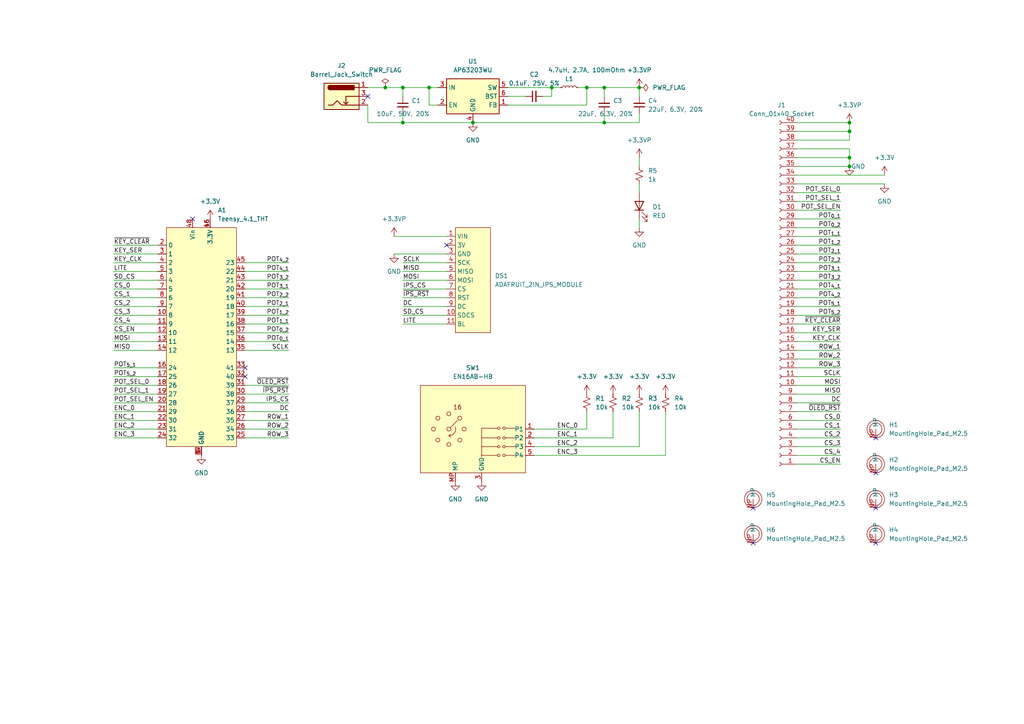
<source format=kicad_sch>
(kicad_sch (version 20230121) (generator eeschema)
  (paper "A4")
  (lib_symbols
    (symbol "Connector:Barrel_Jack_Switch" (pin_names hide)
      (property "Reference" "J" (at 0 5.334 0))
      (property "Value" "Barrel_Jack_Switch" (at 0 -5.08 0))
      (symbol "Barrel_Jack_Switch_0_1"
        (rectangle (start -5.08 3.81) (end 5.08 -3.81) (stroke (width 0.254)) (fill (type background)))
        (arc (start -3.302 3.175) (mid -3.9343 2.54) (end -3.302 1.905) (stroke (width 0.254)))
        (arc (start -3.302 3.175) (mid -3.9343 2.54) (end -3.302 1.905) (stroke (width 0.254)) (fill (type outline)))
        (polyline (pts (xy 1.27 -2.286) (xy 1.905 -1.651)) (stroke (width 0.254)))
        (polyline (pts (xy 5.08 2.54) (xy 3.81 2.54)) (stroke (width 0.254)))
        (polyline (pts (xy 5.08 0) (xy 1.27 0) (xy 1.27 -2.286) (xy 0.635 -1.651)) (stroke (width 0.254)))
        (polyline (pts (xy -3.81 -2.54) (xy -2.54 -2.54) (xy -1.27 -1.27) (xy 0 -2.54) (xy 2.54 -2.54) (xy 5.08 -2.54)) (stroke (width 0.254)))
        (rectangle (start 3.683 3.175) (end -3.302 1.905) (stroke (width 0.254)) (fill (type outline)))
      )
      (symbol "Barrel_Jack_Switch_1_1"
        (pin passive line (at 7.62 2.54 180) (length 2.54) (name "~") (number "1"))
        (pin passive line (at 7.62 -2.54 180) (length 2.54) (name "~") (number "2"))
        (pin passive line (at 7.62 0 180) (length 2.54) (name "~") (number "3"))
      )
    )
    (symbol "Connector:Conn_01x40_Socket" (pin_names (offset 1.016) hide)
      (property "Reference" "J" (at 0 50.8 0))
      (property "Value" "Conn_01x40_Socket" (at 0 -53.34 0))
      (symbol "Conn_01x40_Socket_1_1"
        (arc (start 0 -50.292) (mid -0.5058 -50.8) (end 0 -51.308) (stroke (width 0.1524)))
        (arc (start 0 -47.752) (mid -0.5058 -48.26) (end 0 -48.768) (stroke (width 0.1524)))
        (arc (start 0 -45.212) (mid -0.5058 -45.72) (end 0 -46.228) (stroke (width 0.1524)))
        (arc (start 0 -42.672) (mid -0.5058 -43.18) (end 0 -43.688) (stroke (width 0.1524)))
        (arc (start 0 -40.132) (mid -0.5058 -40.64) (end 0 -41.148) (stroke (width 0.1524)))
        (arc (start 0 -37.592) (mid -0.5058 -38.1) (end 0 -38.608) (stroke (width 0.1524)))
        (arc (start 0 -35.052) (mid -0.5058 -35.56) (end 0 -36.068) (stroke (width 0.1524)))
        (arc (start 0 -32.512) (mid -0.5058 -33.02) (end 0 -33.528) (stroke (width 0.1524)))
        (arc (start 0 -29.972) (mid -0.5058 -30.48) (end 0 -30.988) (stroke (width 0.1524)))
        (arc (start 0 -27.432) (mid -0.5058 -27.94) (end 0 -28.448) (stroke (width 0.1524)))
        (arc (start 0 -24.892) (mid -0.5058 -25.4) (end 0 -25.908) (stroke (width 0.1524)))
        (arc (start 0 -22.352) (mid -0.5058 -22.86) (end 0 -23.368) (stroke (width 0.1524)))
        (arc (start 0 -19.812) (mid -0.5058 -20.32) (end 0 -20.828) (stroke (width 0.1524)))
        (arc (start 0 -17.272) (mid -0.5058 -17.78) (end 0 -18.288) (stroke (width 0.1524)))
        (arc (start 0 -14.732) (mid -0.5058 -15.24) (end 0 -15.748) (stroke (width 0.1524)))
        (arc (start 0 -12.192) (mid -0.5058 -12.7) (end 0 -13.208) (stroke (width 0.1524)))
        (arc (start 0 -9.652) (mid -0.5058 -10.16) (end 0 -10.668) (stroke (width 0.1524)))
        (arc (start 0 -7.112) (mid -0.5058 -7.62) (end 0 -8.128) (stroke (width 0.1524)))
        (arc (start 0 -4.572) (mid -0.5058 -5.08) (end 0 -5.588) (stroke (width 0.1524)))
        (arc (start 0 -2.032) (mid -0.5058 -2.54) (end 0 -3.048) (stroke (width 0.1524)))
        (polyline (pts (xy -1.27 -50.8) (xy -0.508 -50.8)) (stroke (width 0.1524)))
        (polyline (pts (xy -1.27 -48.26) (xy -0.508 -48.26)) (stroke (width 0.1524)))
        (polyline (pts (xy -1.27 -45.72) (xy -0.508 -45.72)) (stroke (width 0.1524)))
        (polyline (pts (xy -1.27 -43.18) (xy -0.508 -43.18)) (stroke (width 0.1524)))
        (polyline (pts (xy -1.27 -40.64) (xy -0.508 -40.64)) (stroke (width 0.1524)))
        (polyline (pts (xy -1.27 -38.1) (xy -0.508 -38.1)) (stroke (width 0.1524)))
        (polyline (pts (xy -1.27 -35.56) (xy -0.508 -35.56)) (stroke (width 0.1524)))
        (polyline (pts (xy -1.27 -33.02) (xy -0.508 -33.02)) (stroke (width 0.1524)))
        (polyline (pts (xy -1.27 -30.48) (xy -0.508 -30.48)) (stroke (width 0.1524)))
        (polyline (pts (xy -1.27 -27.94) (xy -0.508 -27.94)) (stroke (width 0.1524)))
        (polyline (pts (xy -1.27 -25.4) (xy -0.508 -25.4)) (stroke (width 0.1524)))
        (polyline (pts (xy -1.27 -22.86) (xy -0.508 -22.86)) (stroke (width 0.1524)))
        (polyline (pts (xy -1.27 -20.32) (xy -0.508 -20.32)) (stroke (width 0.1524)))
        (polyline (pts (xy -1.27 -17.78) (xy -0.508 -17.78)) (stroke (width 0.1524)))
        (polyline (pts (xy -1.27 -15.24) (xy -0.508 -15.24)) (stroke (width 0.1524)))
        (polyline (pts (xy -1.27 -12.7) (xy -0.508 -12.7)) (stroke (width 0.1524)))
        (polyline (pts (xy -1.27 -10.16) (xy -0.508 -10.16)) (stroke (width 0.1524)))
        (polyline (pts (xy -1.27 -7.62) (xy -0.508 -7.62)) (stroke (width 0.1524)))
        (polyline (pts (xy -1.27 -5.08) (xy -0.508 -5.08)) (stroke (width 0.1524)))
        (polyline (pts (xy -1.27 -2.54) (xy -0.508 -2.54)) (stroke (width 0.1524)))
        (polyline (pts (xy -1.27 0) (xy -0.508 0)) (stroke (width 0.1524)))
        (polyline (pts (xy -1.27 2.54) (xy -0.508 2.54)) (stroke (width 0.1524)))
        (polyline (pts (xy -1.27 5.08) (xy -0.508 5.08)) (stroke (width 0.1524)))
        (polyline (pts (xy -1.27 7.62) (xy -0.508 7.62)) (stroke (width 0.1524)))
        (polyline (pts (xy -1.27 10.16) (xy -0.508 10.16)) (stroke (width 0.1524)))
        (polyline (pts (xy -1.27 12.7) (xy -0.508 12.7)) (stroke (width 0.1524)))
        (polyline (pts (xy -1.27 15.24) (xy -0.508 15.24)) (stroke (width 0.1524)))
        (polyline (pts (xy -1.27 17.78) (xy -0.508 17.78)) (stroke (width 0.1524)))
        (polyline (pts (xy -1.27 20.32) (xy -0.508 20.32)) (stroke (width 0.1524)))
        (polyline (pts (xy -1.27 22.86) (xy -0.508 22.86)) (stroke (width 0.1524)))
        (polyline (pts (xy -1.27 25.4) (xy -0.508 25.4)) (stroke (width 0.1524)))
        (polyline (pts (xy -1.27 27.94) (xy -0.508 27.94)) (stroke (width 0.1524)))
        (polyline (pts (xy -1.27 30.48) (xy -0.508 30.48)) (stroke (width 0.1524)))
        (polyline (pts (xy -1.27 33.02) (xy -0.508 33.02)) (stroke (width 0.1524)))
        (polyline (pts (xy -1.27 35.56) (xy -0.508 35.56)) (stroke (width 0.1524)))
        (polyline (pts (xy -1.27 38.1) (xy -0.508 38.1)) (stroke (width 0.1524)))
        (polyline (pts (xy -1.27 40.64) (xy -0.508 40.64)) (stroke (width 0.1524)))
        (polyline (pts (xy -1.27 43.18) (xy -0.508 43.18)) (stroke (width 0.1524)))
        (polyline (pts (xy -1.27 45.72) (xy -0.508 45.72)) (stroke (width 0.1524)))
        (polyline (pts (xy -1.27 48.26) (xy -0.508 48.26)) (stroke (width 0.1524)))
        (arc (start 0 0.508) (mid -0.5058 0) (end 0 -0.508) (stroke (width 0.1524)))
        (arc (start 0 3.048) (mid -0.5058 2.54) (end 0 2.032) (stroke (width 0.1524)))
        (arc (start 0 5.588) (mid -0.5058 5.08) (end 0 4.572) (stroke (width 0.1524)))
        (arc (start 0 8.128) (mid -0.5058 7.62) (end 0 7.112) (stroke (width 0.1524)))
        (arc (start 0 10.668) (mid -0.5058 10.16) (end 0 9.652) (stroke (width 0.1524)))
        (arc (start 0 13.208) (mid -0.5058 12.7) (end 0 12.192) (stroke (width 0.1524)))
        (arc (start 0 15.748) (mid -0.5058 15.24) (end 0 14.732) (stroke (width 0.1524)))
        (arc (start 0 18.288) (mid -0.5058 17.78) (end 0 17.272) (stroke (width 0.1524)))
        (arc (start 0 20.828) (mid -0.5058 20.32) (end 0 19.812) (stroke (width 0.1524)))
        (arc (start 0 23.368) (mid -0.5058 22.86) (end 0 22.352) (stroke (width 0.1524)))
        (arc (start 0 25.908) (mid -0.5058 25.4) (end 0 24.892) (stroke (width 0.1524)))
        (arc (start 0 28.448) (mid -0.5058 27.94) (end 0 27.432) (stroke (width 0.1524)))
        (arc (start 0 30.988) (mid -0.5058 30.48) (end 0 29.972) (stroke (width 0.1524)))
        (arc (start 0 33.528) (mid -0.5058 33.02) (end 0 32.512) (stroke (width 0.1524)))
        (arc (start 0 36.068) (mid -0.5058 35.56) (end 0 35.052) (stroke (width 0.1524)))
        (arc (start 0 38.608) (mid -0.5058 38.1) (end 0 37.592) (stroke (width 0.1524)))
        (arc (start 0 41.148) (mid -0.5058 40.64) (end 0 40.132) (stroke (width 0.1524)))
        (arc (start 0 43.688) (mid -0.5058 43.18) (end 0 42.672) (stroke (width 0.1524)))
        (arc (start 0 46.228) (mid -0.5058 45.72) (end 0 45.212) (stroke (width 0.1524)))
        (arc (start 0 48.768) (mid -0.5058 48.26) (end 0 47.752) (stroke (width 0.1524)))
        (pin passive line (at -5.08 48.26 0) (length 3.81) (name "Pin_1") (number "1"))
        (pin passive line (at -5.08 25.4 0) (length 3.81) (name "Pin_10") (number "10"))
        (pin passive line (at -5.08 22.86 0) (length 3.81) (name "Pin_11") (number "11"))
        (pin passive line (at -5.08 20.32 0) (length 3.81) (name "Pin_12") (number "12"))
        (pin passive line (at -5.08 17.78 0) (length 3.81) (name "Pin_13") (number "13"))
        (pin passive line (at -5.08 15.24 0) (length 3.81) (name "Pin_14") (number "14"))
        (pin passive line (at -5.08 12.7 0) (length 3.81) (name "Pin_15") (number "15"))
        (pin passive line (at -5.08 10.16 0) (length 3.81) (name "Pin_16") (number "16"))
        (pin passive line (at -5.08 7.62 0) (length 3.81) (name "Pin_17") (number "17"))
        (pin passive line (at -5.08 5.08 0) (length 3.81) (name "Pin_18") (number "18"))
        (pin passive line (at -5.08 2.54 0) (length 3.81) (name "Pin_19") (number "19"))
        (pin passive line (at -5.08 45.72 0) (length 3.81) (name "Pin_2") (number "2"))
        (pin passive line (at -5.08 0 0) (length 3.81) (name "Pin_20") (number "20"))
        (pin passive line (at -5.08 -2.54 0) (length 3.81) (name "Pin_21") (number "21"))
        (pin passive line (at -5.08 -5.08 0) (length 3.81) (name "Pin_22") (number "22"))
        (pin passive line (at -5.08 -7.62 0) (length 3.81) (name "Pin_23") (number "23"))
        (pin passive line (at -5.08 -10.16 0) (length 3.81) (name "Pin_24") (number "24"))
        (pin passive line (at -5.08 -12.7 0) (length 3.81) (name "Pin_25") (number "25"))
        (pin passive line (at -5.08 -15.24 0) (length 3.81) (name "Pin_26") (number "26"))
        (pin passive line (at -5.08 -17.78 0) (length 3.81) (name "Pin_27") (number "27"))
        (pin passive line (at -5.08 -20.32 0) (length 3.81) (name "Pin_28") (number "28"))
        (pin passive line (at -5.08 -22.86 0) (length 3.81) (name "Pin_29") (number "29"))
        (pin passive line (at -5.08 43.18 0) (length 3.81) (name "Pin_3") (number "3"))
        (pin passive line (at -5.08 -25.4 0) (length 3.81) (name "Pin_30") (number "30"))
        (pin passive line (at -5.08 -27.94 0) (length 3.81) (name "Pin_31") (number "31"))
        (pin passive line (at -5.08 -30.48 0) (length 3.81) (name "Pin_32") (number "32"))
        (pin passive line (at -5.08 -33.02 0) (length 3.81) (name "Pin_33") (number "33"))
        (pin passive line (at -5.08 -35.56 0) (length 3.81) (name "Pin_34") (number "34"))
        (pin passive line (at -5.08 -38.1 0) (length 3.81) (name "Pin_35") (number "35"))
        (pin passive line (at -5.08 -40.64 0) (length 3.81) (name "Pin_36") (number "36"))
        (pin passive line (at -5.08 -43.18 0) (length 3.81) (name "Pin_37") (number "37"))
        (pin passive line (at -5.08 -45.72 0) (length 3.81) (name "Pin_38") (number "38"))
        (pin passive line (at -5.08 -48.26 0) (length 3.81) (name "Pin_39") (number "39"))
        (pin passive line (at -5.08 40.64 0) (length 3.81) (name "Pin_4") (number "4"))
        (pin passive line (at -5.08 -50.8 0) (length 3.81) (name "Pin_40") (number "40"))
        (pin passive line (at -5.08 38.1 0) (length 3.81) (name "Pin_5") (number "5"))
        (pin passive line (at -5.08 35.56 0) (length 3.81) (name "Pin_6") (number "6"))
        (pin passive line (at -5.08 33.02 0) (length 3.81) (name "Pin_7") (number "7"))
        (pin passive line (at -5.08 30.48 0) (length 3.81) (name "Pin_8") (number "8"))
        (pin passive line (at -5.08 27.94 0) (length 3.81) (name "Pin_9") (number "9"))
      )
    )
    (symbol "Device:C_Small" (pin_numbers hide) (pin_names (offset 0.254) hide)
      (property "Reference" "C" (at 0.254 1.778 0))
      (property "Value" "C_Small" (at 0.254 -2.032 0))
      (symbol "C_Small_0_1"
        (polyline (pts (xy -1.524 -0.508) (xy 1.524 -0.508)) (stroke (width 0.3302)))
        (polyline (pts (xy -1.524 0.508) (xy 1.524 0.508)) (stroke (width 0.3048)))
      )
      (symbol "C_Small_1_1"
        (pin passive line (at 0 2.54 270) (length 2.032) (name "~") (number "1"))
        (pin passive line (at 0 -2.54 90) (length 2.032) (name "~") (number "2"))
      )
    )
    (symbol "Device:LED" (pin_numbers hide) (pin_names (offset 1.016) hide)
      (property "Reference" "D" (at 0 2.54 0))
      (property "Value" "LED" (at 0 -2.54 0))
      (symbol "LED_0_1"
        (polyline (pts (xy -1.27 -1.27) (xy -1.27 1.27)) (stroke (width 0.254)))
        (polyline (pts (xy -1.27 0) (xy 1.27 0)))
        (polyline (pts (xy 1.27 -1.27) (xy 1.27 1.27) (xy -1.27 0) (xy 1.27 -1.27)) (stroke (width 0.254)))
        (polyline (pts (xy -3.048 -0.762) (xy -4.572 -2.286) (xy -3.81 -2.286) (xy -4.572 -2.286) (xy -4.572 -1.524)))
        (polyline (pts (xy -1.778 -0.762) (xy -3.302 -2.286) (xy -2.54 -2.286) (xy -3.302 -2.286) (xy -3.302 -1.524)))
      )
      (symbol "LED_1_1"
        (pin passive line (at -3.81 0 0) (length 2.54) (name "K") (number "1"))
        (pin passive line (at 3.81 0 180) (length 2.54) (name "A") (number "2"))
      )
    )
    (symbol "Device:L_Small" (pin_numbers hide) (pin_names (offset 0.254) hide)
      (property "Reference" "L" (at 0.762 1.016 0))
      (property "Value" "L_Small" (at 0.762 -1.016 0))
      (symbol "L_Small_0_1"
        (arc (start 0 -2.032) (mid 0.5058 -1.524) (end 0 -1.016))
        (arc (start 0 -1.016) (mid 0.5058 -0.508) (end 0 0))
        (arc (start 0 0) (mid 0.5058 0.508) (end 0 1.016))
        (arc (start 0 1.016) (mid 0.5058 1.524) (end 0 2.032))
      )
      (symbol "L_Small_1_1"
        (pin passive line (at 0 2.54 270) (length 0.508) (name "~") (number "1"))
        (pin passive line (at 0 -2.54 90) (length 0.508) (name "~") (number "2"))
      )
    )
    (symbol "Device:R_Small_US" (pin_numbers hide) (pin_names (offset 0.254) hide)
      (property "Reference" "R" (at 0.762 0.508 0))
      (property "Value" "R_Small_US" (at 0.762 -1.016 0))
      (symbol "R_Small_US_1_1"
        (polyline (pts (xy 0 0) (xy 1.016 -0.381) (xy 0 -0.762) (xy -1.016 -1.143) (xy 0 -1.524)))
        (polyline (pts (xy 0 1.524) (xy 1.016 1.143) (xy 0 0.762) (xy -1.016 0.381) (xy 0 0)))
        (pin passive line (at 0 2.54 270) (length 1.016) (name "~") (number "1"))
        (pin passive line (at 0 -2.54 90) (length 1.016) (name "~") (number "2"))
      )
    )
    (symbol "MPP_Device:EN16AB-HB"
      (property "Reference" "SW" (at -15.24 16.51 0))
      (property "Value" "EN16AB-HB" (at -11.43 13.97 0))
      (symbol "EN16AB-HB_0_1"
        (circle (center -13.97 0) (radius 0.568))
        (circle (center -12.7 -3.175) (radius 0.568))
        (circle (center -12.7 3.175) (radius 0.568))
        (circle (center -9.525 -4.445) (radius 0.568))
        (circle (center -9.525 0) (radius 0.568))
        (circle (center -9.525 4.445) (radius 0.568))
        (circle (center -6.35 -3.175) (radius 0.568))
        (circle (center -6.35 3.175) (radius 0.568))
        (circle (center -5.08 0) (radius 0.568))
        (polyline (pts (xy -9.144 0.381) (xy -6.985 2.54)))
        (polyline (pts (xy 7.112 -5.08) (xy 6.858 -5.08)))
        (polyline (pts (xy 7.112 -2.54) (xy 6.858 -2.54)))
        (polyline (pts (xy 7.112 0.254) (xy 6.858 0.254)))
        (polyline (pts (xy 9.652 -7.62) (xy 6.858 -7.62)))
        (polyline (pts (xy 9.652 -5.08) (xy 7.112 -5.08)))
        (polyline (pts (xy 9.652 -2.54) (xy 7.112 -2.54)))
        (polyline (pts (xy 9.652 0.254) (xy 7.112 0.254)))
        (polyline (pts (xy 4.572 -5.08) (xy 0 -5.08) (xy 0 -7.62)))
        (polyline (pts (xy 4.572 -2.54) (xy 0 -2.54) (xy 0 -5.08)))
        (polyline (pts (xy 4.572 0.254) (xy 0 0.254) (xy 0 -2.54)))
        (polyline (pts (xy 0 -8.128) (xy 0 -7.874) (xy 0 -7.62) (xy 4.572 -7.62)))
        (circle (center 4.953 -7.62) (radius 0.3592))
        (circle (center 4.953 -5.08) (radius 0.3592))
        (circle (center 4.953 -2.54) (radius 0.3592))
        (circle (center 4.953 0.254) (radius 0.3592))
        (circle (center 6.477 -7.62) (radius 0.3592))
        (circle (center 6.477 -5.08) (radius 0.3592))
        (circle (center 6.477 -2.54) (radius 0.3592))
        (circle (center 6.477 0.254) (radius 0.3592))
      )
      (symbol "EN16AB-HB_1_1"
        (rectangle (start -17.78 12.7) (end 12.7 -12.7) (fill (type background)))
        (arc (start -9.525 -1.905) (mid -7.9061 -1.1348) (end -7.62 0.635))
        (polyline (pts (xy -9.525 -1.905) (xy -9.017 -2.286)))
        (polyline (pts (xy -9.525 -1.905) (xy -9.017 -1.524)))
        (text "16" (at -6.985 6.35 0) (effects (font (size 1.27 1.27))))
        (pin output line (at 15.24 0 180) (length 2.54) (name "P1") (number "1"))
        (pin output line (at 15.24 -2.54 180) (length 2.54) (name "P2") (number "2"))
        (pin power_in line (at 0 -15.24 90) (length 2.54) (name "GND") (number "3"))
        (pin output line (at 15.24 -5.08 180) (length 2.54) (name "P3") (number "4"))
        (pin output line (at 15.24 -7.62 180) (length 2.54) (name "P4") (number "5"))
        (pin passive line (at -7.62 -15.24 90) (length 2.54) (name "MP") (number "MP"))
        (pin passive line (at -7.62 -15.24 90) (length 2.54) hide (name "MP") (number "MP"))
      )
    )
    (symbol "MPP_Display_Graphic:ADAFRUIT_2IN_IPS_MODULE"
      (property "Reference" "DS" (at -4.064 19.05 0))
      (property "Value" "ADAFRUIT_2IN_IPS_MODULE" (at 7.62 17.018 0))
      (symbol "ADAFRUIT_2IN_IPS_MODULE_1_1"
        (rectangle (start -5.08 15.24) (end 5.08 -15.24) (fill (type background)))
        (pin power_in line (at -7.62 12.7 0) (length 2.54) (name "VIN") (number "1"))
        (pin input line (at -7.62 -10.16 0) (length 2.54) (name "SDCS") (number "10"))
        (pin input line (at -7.62 -12.7 0) (length 2.54) (name "BL") (number "11"))
        (pin power_out line (at -7.62 10.16 0) (length 2.54) (name "3V") (number "2"))
        (pin power_in line (at -7.62 7.62 0) (length 2.54) (name "GND") (number "3"))
        (pin input line (at -7.62 5.08 0) (length 2.54) (name "SCK") (number "4"))
        (pin output line (at -7.62 2.54 0) (length 2.54) (name "MISO") (number "5"))
        (pin input line (at -7.62 0 0) (length 2.54) (name "MOSI") (number "6"))
        (pin input line (at -7.62 -2.54 0) (length 2.54) (name "CS") (number "7"))
        (pin input line (at -7.62 -5.08 0) (length 2.54) (name "RST") (number "8"))
        (pin input line (at -7.62 -7.62 0) (length 2.54) (name "DC") (number "9"))
      )
    )
    (symbol "MPP_MCU_Module:Teensy_4.1_THT"
      (property "Reference" "A" (at 5.715 32.385 0))
      (property "Value" "Teensy_4.1_THT" (at 12.065 29.845 0))
      (symbol "Teensy_4.1_THT_1_1"
        (rectangle (start -10.16 27.94) (end 10.16 -35.56) (fill (type background)))
        (pin power_out line (at 0 -38.1 90) (length 2.54) (name "GND") (number "1"))
        (pin bidirectional line (at -12.7 2.54 0) (length 2.54) (name "8") (number "10"))
        (pin bidirectional line (at -12.7 0 0) (length 2.54) (name "9") (number "11"))
        (pin bidirectional line (at -12.7 -2.54 0) (length 2.54) (name "10") (number "12"))
        (pin bidirectional line (at -12.7 -5.08 0) (length 2.54) (name "11") (number "13"))
        (pin bidirectional line (at -12.7 -7.62 0) (length 2.54) (name "12") (number "14"))
        (pin power_out line (at 2.54 30.48 270) (length 2.54) (name "3.3V") (number "15"))
        (pin bidirectional line (at -12.7 -12.7 0) (length 2.54) (name "24") (number "16"))
        (pin bidirectional line (at -12.7 -15.24 0) (length 2.54) (name "25") (number "17"))
        (pin bidirectional line (at -12.7 -17.78 0) (length 2.54) (name "26") (number "18"))
        (pin bidirectional line (at -12.7 -20.32 0) (length 2.54) (name "27") (number "19"))
        (pin bidirectional line (at -12.7 22.86 0) (length 2.54) (name "0") (number "2"))
        (pin bidirectional line (at -12.7 -22.86 0) (length 2.54) (name "28") (number "20"))
        (pin bidirectional line (at -12.7 -25.4 0) (length 2.54) (name "29") (number "21"))
        (pin bidirectional line (at -12.7 -27.94 0) (length 2.54) (name "30") (number "22"))
        (pin bidirectional line (at -12.7 -30.48 0) (length 2.54) (name "31") (number "23"))
        (pin bidirectional line (at -12.7 -33.02 0) (length 2.54) (name "32") (number "24"))
        (pin bidirectional line (at 12.7 -33.02 180) (length 2.54) (name "33") (number "25"))
        (pin bidirectional line (at 12.7 -30.48 180) (length 2.54) (name "34") (number "26"))
        (pin bidirectional line (at 12.7 -27.94 180) (length 2.54) (name "35") (number "27"))
        (pin bidirectional line (at 12.7 -25.4 180) (length 2.54) (name "36") (number "28"))
        (pin bidirectional line (at 12.7 -22.86 180) (length 2.54) (name "37") (number "29"))
        (pin bidirectional line (at -12.7 20.32 0) (length 2.54) (name "1") (number "3"))
        (pin bidirectional line (at 12.7 -20.32 180) (length 2.54) (name "38") (number "30"))
        (pin bidirectional line (at 12.7 -17.78 180) (length 2.54) (name "39") (number "31"))
        (pin bidirectional line (at 12.7 -15.24 180) (length 2.54) (name "40") (number "32"))
        (pin bidirectional line (at 12.7 -12.7 180) (length 2.54) (name "41") (number "33"))
        (pin power_out line (at 0 -38.1 90) (length 2.54) (name "GND") (number "34"))
        (pin bidirectional line (at 12.7 -7.62 180) (length 2.54) (name "13") (number "35"))
        (pin bidirectional line (at 12.7 -5.08 180) (length 2.54) (name "14") (number "36"))
        (pin bidirectional line (at 12.7 -2.54 180) (length 2.54) (name "15") (number "37"))
        (pin bidirectional line (at 12.7 0 180) (length 2.54) (name "16") (number "38"))
        (pin bidirectional line (at 12.7 2.54 180) (length 2.54) (name "17") (number "39"))
        (pin bidirectional line (at -12.7 17.78 0) (length 2.54) (name "2") (number "4"))
        (pin bidirectional line (at 12.7 5.08 180) (length 2.54) (name "18") (number "40"))
        (pin bidirectional line (at 12.7 7.62 180) (length 2.54) (name "19") (number "41"))
        (pin bidirectional line (at 12.7 10.16 180) (length 2.54) (name "20") (number "42"))
        (pin bidirectional line (at 12.7 12.7 180) (length 2.54) (name "21") (number "43"))
        (pin bidirectional line (at 12.7 15.24 180) (length 2.54) (name "22") (number "44"))
        (pin bidirectional line (at 12.7 17.78 180) (length 2.54) (name "23") (number "45"))
        (pin power_out line (at 2.54 30.48 270) (length 2.54) (name "3.3V") (number "46"))
        (pin power_out line (at 0 -38.1 90) (length 2.54) (name "GND") (number "47"))
        (pin power_out line (at -2.54 30.48 270) (length 2.54) (name "Vin") (number "48"))
        (pin bidirectional line (at -12.7 15.24 0) (length 2.54) (name "3") (number "5"))
        (pin bidirectional line (at -12.7 12.7 0) (length 2.54) (name "4") (number "6"))
        (pin bidirectional line (at -12.7 10.16 0) (length 2.54) (name "5") (number "7"))
        (pin bidirectional line (at -12.7 7.62 0) (length 2.54) (name "6") (number "8"))
        (pin bidirectional line (at -12.7 5.08 0) (length 2.54) (name "7") (number "9"))
      )
    )
    (symbol "MPP_Mechanical:MountingHole_Pad_M2.5"
      (property "Reference" "H" (at 2.54 2.54 0))
      (property "Value" "MountingHole_Pad_M2.5" (at 0 4.445 0))
      (symbol "MountingHole_Pad_M2.5_0_1"
        (circle (center 0 0) (radius 2.54))
      )
      (symbol "MountingHole_Pad_M2.5_1_1"
        (circle (center 0 0) (radius 1.7961))
        (pin passive line (at 0 -2.54 90) (length 2.54) (name "MP") (number "MP"))
      )
    )
    (symbol "Regulator_Switching:AP63203WU"
      (property "Reference" "U" (at -7.62 6.35 0))
      (property "Value" "AP63203WU" (at 2.54 6.35 0))
      (symbol "AP63203WU_0_1"
        (rectangle (start -7.62 5.08) (end 7.62 -5.08) (stroke (width 0.254)) (fill (type background)))
      )
      (symbol "AP63203WU_1_1"
        (pin input line (at 10.16 -2.54 180) (length 2.54) (name "FB") (number "1"))
        (pin input line (at -10.16 -2.54 0) (length 2.54) (name "EN") (number "2"))
        (pin power_in line (at -10.16 2.54 0) (length 2.54) (name "IN") (number "3"))
        (pin power_in line (at 0 -7.62 90) (length 2.54) (name "GND") (number "4"))
        (pin output line (at 10.16 2.54 180) (length 2.54) (name "SW") (number "5"))
        (pin passive line (at 10.16 0 180) (length 2.54) (name "BST") (number "6"))
      )
    )
    (symbol "power:+3.3V" (power) (pin_names (offset 0))
      (property "Value" "+3.3V" (at 0 3.556 0))
      (symbol "+3.3V_0_1"
        (polyline (pts (xy -0.762 1.27) (xy 0 2.54)))
        (polyline (pts (xy 0 0) (xy 0 2.54)))
        (polyline (pts (xy 0 2.54) (xy 0.762 1.27)))
      )
      (symbol "+3.3V_1_1"
        (pin power_in line (at 0 0 90) (length 0) hide (name "+3.3V") (number "1"))
      )
    )
    (symbol "power:+3.3VP" (power) (pin_names (offset 0))
      (property "Value" "+3.3VP" (at 0 2.54 0))
      (symbol "+3.3VP_0_0"
        (pin power_in line (at 0 0 90) (length 0) hide (name "+3.3VP") (number "1"))
      )
      (symbol "+3.3VP_0_1"
        (polyline (pts (xy -0.762 1.27) (xy 0 2.54)))
        (polyline (pts (xy 0 0) (xy 0 2.54)))
        (polyline (pts (xy 0 2.54) (xy 0.762 1.27)))
      )
    )
    (symbol "power:GND" (power) (pin_names (offset 0))
      (property "Value" "GND" (at 0 -3.81 0))
      (symbol "GND_0_1"
        (polyline (pts (xy 0 0) (xy 0 -1.27) (xy 1.27 -1.27) (xy 0 -2.54) (xy -1.27 -1.27) (xy 0 -1.27)))
      )
      (symbol "GND_1_1"
        (pin power_in line (at 0 0 270) (length 0) hide (name "GND") (number "1"))
      )
    )
    (symbol "power:PWR_FLAG" (power) (pin_numbers hide) (pin_names (offset 0) hide)
      (property "Value" "PWR_FLAG" (at 0 3.81 0))
      (symbol "PWR_FLAG_0_0"
        (pin power_out line (at 0 0 90) (length 0) (name "pwr") (number "1"))
      )
      (symbol "PWR_FLAG_0_1"
        (polyline (pts (xy 0 0) (xy 0 1.27) (xy -1.016 1.905) (xy 0 2.54) (xy 1.016 1.905) (xy 0 1.27)))
      )
    )
  )
  (junction (at 124.46 25.4))
  (junction (at 160.02 25.4))
  (junction (at 137.16 35.56))
  (junction (at 246.38 35.56))
  (junction (at 116.84 35.56))
  (junction (at 111.76 25.4))
  (junction (at 185.42 25.4))
  (junction (at 175.26 25.4))
  (junction (at 246.38 38.1))
  (junction (at 116.84 25.4))
  (junction (at 175.26 35.56))
  (junction (at 246.38 48.26))
  (junction (at 170.18 25.4))
  (junction (at 246.38 45.72))
  (no_connect (at 71.12 106.68))
  (no_connect (at 254 137.16))
  (no_connect (at 106.68 27.94))
  (no_connect (at 254 157.48))
  (no_connect (at 55.88 63.5))
  (no_connect (at 254 147.32))
  (no_connect (at 218.44 147.32))
  (no_connect (at 71.12 109.22))
  (no_connect (at 254 127))
  (no_connect (at 218.44 157.48))
  (no_connect (at 129.54 71.12))
  (wire (pts (xy 71.12 114.3) (xy 83.82 114.3)))
  (wire (pts (xy 185.42 53.34) (xy 185.42 55.88)))
  (wire (pts (xy 33.02 76.2) (xy 45.72 76.2)))
  (wire (pts (xy 231.14 55.88) (xy 243.84 55.88)))
  (wire (pts (xy 231.14 104.14) (xy 243.84 104.14)))
  (wire (pts (xy 231.14 73.66) (xy 243.84 73.66)))
  (wire (pts (xy 71.12 99.06) (xy 83.82 99.06)))
  (wire (pts (xy 246.38 35.56) (xy 246.38 38.1)))
  (wire (pts (xy 160.02 25.4) (xy 162.56 25.4)))
  (wire (pts (xy 160.02 27.94) (xy 160.02 25.4)))
  (wire (pts (xy 137.16 35.56) (xy 175.26 35.56)))
  (wire (pts (xy 71.12 96.52) (xy 83.82 96.52)))
  (wire (pts (xy 231.14 45.72) (xy 246.38 45.72)))
  (wire (pts (xy 106.68 35.56) (xy 116.84 35.56)))
  (wire (pts (xy 185.42 33.02) (xy 185.42 35.56)))
  (wire (pts (xy 231.14 78.74) (xy 243.84 78.74)))
  (wire (pts (xy 33.02 114.3) (xy 45.72 114.3)))
  (wire (pts (xy 33.02 127) (xy 45.72 127)))
  (wire (pts (xy 33.02 121.92) (xy 45.72 121.92)))
  (wire (pts (xy 231.14 76.2) (xy 243.84 76.2)))
  (wire (pts (xy 231.14 101.6) (xy 243.84 101.6)))
  (wire (pts (xy 71.12 124.46) (xy 83.82 124.46)))
  (wire (pts (xy 116.84 35.56) (xy 137.16 35.56)))
  (wire (pts (xy 33.02 81.28) (xy 45.72 81.28)))
  (wire (pts (xy 170.18 30.48) (xy 170.18 25.4)))
  (wire (pts (xy 154.94 124.46) (xy 170.18 124.46)))
  (wire (pts (xy 116.84 25.4) (xy 124.46 25.4)))
  (wire (pts (xy 231.14 134.62) (xy 243.84 134.62)))
  (wire (pts (xy 231.14 106.68) (xy 243.84 106.68)))
  (wire (pts (xy 71.12 88.9) (xy 83.82 88.9)))
  (wire (pts (xy 231.14 111.76) (xy 243.84 111.76)))
  (wire (pts (xy 33.02 109.22) (xy 45.72 109.22)))
  (wire (pts (xy 185.42 129.54) (xy 185.42 119.38)))
  (wire (pts (xy 231.14 68.58) (xy 243.84 68.58)))
  (wire (pts (xy 33.02 91.44) (xy 45.72 91.44)))
  (wire (pts (xy 175.26 25.4) (xy 175.26 27.94)))
  (wire (pts (xy 167.64 25.4) (xy 170.18 25.4)))
  (wire (pts (xy 231.14 35.56) (xy 246.38 35.56)))
  (wire (pts (xy 33.02 101.6) (xy 45.72 101.6)))
  (wire (pts (xy 231.14 96.52) (xy 243.84 96.52)))
  (wire (pts (xy 231.14 129.54) (xy 243.84 129.54)))
  (wire (pts (xy 231.14 119.38) (xy 243.84 119.38)))
  (wire (pts (xy 71.12 101.6) (xy 83.82 101.6)))
  (wire (pts (xy 71.12 111.76) (xy 83.82 111.76)))
  (wire (pts (xy 33.02 99.06) (xy 45.72 99.06)))
  (wire (pts (xy 33.02 111.76) (xy 45.72 111.76)))
  (wire (pts (xy 33.02 124.46) (xy 45.72 124.46)))
  (wire (pts (xy 71.12 127) (xy 83.82 127)))
  (wire (pts (xy 246.38 43.18) (xy 246.38 45.72)))
  (wire (pts (xy 127 30.48) (xy 124.46 30.48)))
  (wire (pts (xy 231.14 83.82) (xy 243.84 83.82)))
  (wire (pts (xy 231.14 38.1) (xy 246.38 38.1)))
  (wire (pts (xy 231.14 127) (xy 243.84 127)))
  (wire (pts (xy 193.04 132.08) (xy 193.04 119.38)))
  (wire (pts (xy 116.84 83.82) (xy 129.54 83.82)))
  (wire (pts (xy 33.02 93.98) (xy 45.72 93.98)))
  (wire (pts (xy 33.02 71.12) (xy 45.72 71.12)))
  (wire (pts (xy 33.02 96.52) (xy 45.72 96.52)))
  (wire (pts (xy 231.14 99.06) (xy 243.84 99.06)))
  (wire (pts (xy 231.14 48.26) (xy 246.38 48.26)))
  (wire (pts (xy 147.32 27.94) (xy 152.4 27.94)))
  (wire (pts (xy 175.26 33.02) (xy 175.26 35.56)))
  (wire (pts (xy 116.84 86.36) (xy 129.54 86.36)))
  (wire (pts (xy 124.46 25.4) (xy 127 25.4)))
  (wire (pts (xy 231.14 132.08) (xy 243.84 132.08)))
  (wire (pts (xy 246.38 45.72) (xy 246.38 48.26)))
  (wire (pts (xy 114.3 73.66) (xy 129.54 73.66)))
  (wire (pts (xy 71.12 81.28) (xy 83.82 81.28)))
  (wire (pts (xy 33.02 116.84) (xy 45.72 116.84)))
  (wire (pts (xy 231.14 43.18) (xy 246.38 43.18)))
  (wire (pts (xy 231.14 116.84) (xy 243.84 116.84)))
  (wire (pts (xy 71.12 91.44) (xy 83.82 91.44)))
  (wire (pts (xy 177.8 127) (xy 177.8 119.38)))
  (wire (pts (xy 231.14 121.92) (xy 243.84 121.92)))
  (wire (pts (xy 185.42 35.56) (xy 175.26 35.56)))
  (wire (pts (xy 33.02 86.36) (xy 45.72 86.36)))
  (wire (pts (xy 154.94 132.08) (xy 193.04 132.08)))
  (wire (pts (xy 231.14 60.96) (xy 243.84 60.96)))
  (wire (pts (xy 170.18 25.4) (xy 175.26 25.4)))
  (wire (pts (xy 116.84 88.9) (xy 129.54 88.9)))
  (wire (pts (xy 33.02 83.82) (xy 45.72 83.82)))
  (wire (pts (xy 231.14 40.64) (xy 246.38 40.64)))
  (wire (pts (xy 124.46 25.4) (xy 124.46 30.48)))
  (wire (pts (xy 33.02 119.38) (xy 45.72 119.38)))
  (wire (pts (xy 246.38 38.1) (xy 246.38 40.64)))
  (wire (pts (xy 170.18 119.38) (xy 170.18 124.46)))
  (wire (pts (xy 147.32 30.48) (xy 170.18 30.48)))
  (wire (pts (xy 116.84 93.98) (xy 129.54 93.98)))
  (wire (pts (xy 71.12 83.82) (xy 83.82 83.82)))
  (wire (pts (xy 71.12 78.74) (xy 83.82 78.74)))
  (wire (pts (xy 231.14 71.12) (xy 243.84 71.12)))
  (wire (pts (xy 175.26 25.4) (xy 185.42 25.4)))
  (wire (pts (xy 157.48 27.94) (xy 160.02 27.94)))
  (wire (pts (xy 231.14 53.34) (xy 256.54 53.34)))
  (wire (pts (xy 116.84 91.44) (xy 129.54 91.44)))
  (wire (pts (xy 106.68 25.4) (xy 111.76 25.4)))
  (wire (pts (xy 114.3 68.58) (xy 129.54 68.58)))
  (wire (pts (xy 231.14 58.42) (xy 243.84 58.42)))
  (wire (pts (xy 231.14 63.5) (xy 243.84 63.5)))
  (wire (pts (xy 116.84 33.02) (xy 116.84 35.56)))
  (wire (pts (xy 116.84 81.28) (xy 129.54 81.28)))
  (wire (pts (xy 33.02 78.74) (xy 45.72 78.74)))
  (wire (pts (xy 185.42 63.5) (xy 185.42 66.04)))
  (wire (pts (xy 231.14 124.46) (xy 243.84 124.46)))
  (wire (pts (xy 231.14 66.04) (xy 243.84 66.04)))
  (wire (pts (xy 71.12 76.2) (xy 83.82 76.2)))
  (wire (pts (xy 154.94 129.54) (xy 185.42 129.54)))
  (wire (pts (xy 231.14 91.44) (xy 243.84 91.44)))
  (wire (pts (xy 33.02 73.66) (xy 45.72 73.66)))
  (wire (pts (xy 71.12 86.36) (xy 83.82 86.36)))
  (wire (pts (xy 231.14 88.9) (xy 243.84 88.9)))
  (wire (pts (xy 231.14 93.98) (xy 243.84 93.98)))
  (wire (pts (xy 231.14 86.36) (xy 243.84 86.36)))
  (wire (pts (xy 106.68 30.48) (xy 106.68 35.56)))
  (wire (pts (xy 111.76 25.4) (xy 116.84 25.4)))
  (wire (pts (xy 231.14 81.28) (xy 243.84 81.28)))
  (wire (pts (xy 71.12 119.38) (xy 83.82 119.38)))
  (wire (pts (xy 71.12 93.98) (xy 83.82 93.98)))
  (wire (pts (xy 154.94 127) (xy 177.8 127)))
  (wire (pts (xy 231.14 114.3) (xy 243.84 114.3)))
  (wire (pts (xy 71.12 121.92) (xy 83.82 121.92)))
  (wire (pts (xy 116.84 25.4) (xy 116.84 27.94)))
  (wire (pts (xy 71.12 116.84) (xy 83.82 116.84)))
  (wire (pts (xy 147.32 25.4) (xy 160.02 25.4)))
  (wire (pts (xy 231.14 50.8) (xy 256.54 50.8)))
  (wire (pts (xy 185.42 45.72) (xy 185.42 48.26)))
  (wire (pts (xy 33.02 106.68) (xy 45.72 106.68)))
  (wire (pts (xy 116.84 78.74) (xy 129.54 78.74)))
  (wire (pts (xy 185.42 25.4) (xy 185.42 27.94)))
  (wire (pts (xy 33.02 88.9) (xy 45.72 88.9)))
  (wire (pts (xy 231.14 109.22) (xy 243.84 109.22)))
  (wire (pts (xy 116.84 76.2) (xy 129.54 76.2)))
  (label "SCLK" (at 83.82 101.6 180))
  (label "ROW_3" (at 243.84 106.68 180))
  (label "ROW_2" (at 83.82 124.46 180))
  (label "IPS_CS" (at 83.82 116.84 180))
  (label "CS_1" (at 243.84 124.46 180))
  (label "ENC_1" (at 167.64 127 180))
  (label "CS_3" (at 33.02 91.44 0))
  (label "ROW_1" (at 83.82 121.92 180))
  (label "KEY_SER" (at 33.02 73.66 0))
  (label "IPS_CS" (at 116.84 83.82 0))
  (label "ENC_3" (at 33.02 127 0))
  (label "POT_{1_1}" (at 83.82 93.98 180))
  (label "POT_SEL_0" (at 33.02 111.76 0))
  (label "POT_{1_2}" (at 243.84 71.12 180))
  (label "CS_0" (at 243.84 121.92 180))
  (label "SCLK" (at 116.84 76.2 0))
  (label "POT_SEL_0" (at 243.84 55.88 180))
  (label "CS_4" (at 243.84 132.08 180))
  (label "POT_{5_1}" (at 33.02 106.68 0))
  (label "POT_SEL_EN" (at 243.84 60.96 180))
  (label "POT_{5_2}" (at 33.02 109.22 0))
  (label "ENC_3" (at 167.64 132.08 180))
  (label "CS_EN" (at 33.02 96.52 0))
  (label "CS_1" (at 33.02 86.36 0))
  (label "POT_SEL_1" (at 33.02 114.3 0))
  (label "POT_{1_1}" (at 243.84 68.58 180))
  (label "~{KEY_CLEAR}" (at 33.02 71.12 0))
  (label "POT_{3_1}" (at 83.82 83.82 180))
  (label "DC" (at 116.84 88.9 0))
  (label "KEY_CLK" (at 243.84 99.06 180))
  (label "POT_{4_2}" (at 83.82 76.2 180))
  (label "CS_4" (at 33.02 93.98 0))
  (label "KEY_CLK" (at 33.02 76.2 0))
  (label "POT_{4_2}" (at 243.84 86.36 180))
  (label "POT_{4_1}" (at 83.82 78.74 180))
  (label "POT_{2_1}" (at 83.82 88.9 180))
  (label "MOSI" (at 243.84 111.76 180))
  (label "ENC_2" (at 167.64 129.54 180))
  (label "MISO" (at 33.02 101.6 0))
  (label "~{KEY_CLEAR}" (at 243.84 93.98 180))
  (label "POT_{3_2}" (at 243.84 81.28 180))
  (label "LITE" (at 116.84 93.98 0))
  (label "POT_{0_1}" (at 243.84 63.5 180))
  (label "CS_EN" (at 243.84 134.62 180))
  (label "MOSI" (at 33.02 99.06 0))
  (label "CS_3" (at 243.84 129.54 180))
  (label "MOSI" (at 116.84 81.28 0))
  (label "MISO" (at 116.84 78.74 0))
  (label "ENC_0" (at 33.02 119.38 0))
  (label "CS_2" (at 33.02 88.9 0))
  (label "CS_2" (at 243.84 127 180))
  (label "POT_{3_1}" (at 243.84 78.74 180))
  (label "POT_{3_2}" (at 83.82 81.28 180))
  (label "POT_{0_1}" (at 83.82 99.06 180))
  (label "ROW_1" (at 243.84 101.6 180))
  (label "SCLK" (at 243.84 109.22 180))
  (label "ENC_1" (at 33.02 121.92 0))
  (label "~{IPS_RST}" (at 83.82 114.3 180))
  (label "POT_{0_2}" (at 83.82 96.52 180))
  (label "POT_{2_1}" (at 243.84 73.66 180))
  (label "POT_SEL_1" (at 243.84 58.42 180))
  (label "SD_CS" (at 116.84 91.44 0))
  (label "ENC_0" (at 167.64 124.46 180))
  (label "ROW_2" (at 243.84 104.14 180))
  (label "POT_{2_2}" (at 83.82 86.36 180))
  (label "POT_{4_1}" (at 243.84 83.82 180))
  (label "CS_0" (at 33.02 83.82 0))
  (label "DC" (at 243.84 116.84 180))
  (label "POT_{2_2}" (at 243.84 76.2 180))
  (label "POT_SEL_EN" (at 33.02 116.84 0))
  (label "ENC_2" (at 33.02 124.46 0))
  (label "POT_{0_2}" (at 243.84 66.04 180))
  (label "~{OLED_RST}" (at 83.82 111.76 180))
  (label "~{OLED_RST}" (at 243.84 119.38 180))
  (label "MISO" (at 243.84 114.3 180))
  (label "POT_{5_1}" (at 243.84 88.9 180))
  (label "SD_CS" (at 33.02 81.28 0))
  (label "~{IPS_RST}" (at 116.84 86.36 0))
  (label "POT_{5_2}" (at 243.84 91.44 180))
  (label "LITE" (at 33.02 78.74 0))
  (label "ROW_3" (at 83.82 127 180))
  (label "POT_{1_2}" (at 83.82 91.44 180))
  (label "KEY_SER" (at 243.84 96.52 180))
  (label "DC" (at 83.82 119.38 180))
  (symbol (lib_id "MPP_Mechanical:MountingHole_Pad_M2.5") (at 254 144.78 0) (unit 1)
    (property "Reference" "H3" (at 257.81 143.51 0) (effects (justify left)))
    (property "Value" "MountingHole_Pad_M2.5" (at 257.81 146.05 0) (effects (justify left)))
    (property "Footprint" "MPP_MountingHole:MountingHole_M2.5" (effects hide))
  )
  (symbol (lib_id "MPP_Mechanical:MountingHole_Pad_M2.5") (at 218.44 154.94 0) (unit 1)
    (property "Reference" "H6" (at 222.25 153.67 0) (effects (justify left)))
    (property "Value" "MountingHole_Pad_M2.5" (at 222.25 156.21 0) (effects (justify left)))
    (property "Footprint" "MPP_MountingHole:MountingHole_M2.5" (effects hide))
  )
  (symbol (lib_id "power:+3.3VP") (at 114.3 68.58 0) (unit 1)
    (property "Reference" "#PWR03" (effects hide))
    (property "Value" "+3.3VP" (at 114.3 63.5 0))
  )
  (symbol (lib_id "MPP_Display_Graphic:ADAFRUIT_2IN_IPS_MODULE") (at 137.16 81.28 0) (unit 1)
    (property "Reference" "DS1" (at 143.51 80.01 0) (effects (justify left)))
    (property "Value" "ADAFRUIT_2IN_IPS_MODULE" (at 143.51 82.55 0) (effects (justify left)))
    (property "Footprint" "MPP_Display:ADAFRUIT_2IN_IPS_MODULE" (effects hide))
  )
  (symbol (lib_id "power:GND") (at 58.42 132.08 0) (unit 1)
    (property "Reference" "#PWR012" (effects hide))
    (property "Value" "GND" (at 58.42 137.16 0))
  )
  (symbol (lib_id "power:+3.3V") (at 193.04 114.3 0) (unit 1)
    (property "Reference" "#PWR08" (effects hide))
    (property "Value" "+3.3V" (at 193.04 109.22 0))
  )
  (symbol (lib_id "Device:R_Small_US") (at 193.04 116.84 0) (unit 1)
    (property "Reference" "R4" (at 195.58 115.57 0) (effects (justify left)))
    (property "Value" "10k" (at 195.58 118.11 0) (effects (justify left)))
    (property "Footprint" "Resistor_SMD:R_0805_2012Metric_Pad1.20x1.40mm_HandSolder" (effects hide))
  )
  (symbol (lib_id "power:+3.3V") (at 60.96 63.5 0) (unit 1)
    (property "Reference" "#PWR011" (effects hide))
    (property "Value" "+3.3V" (at 60.96 58.42 0))
  )
  (symbol (lib_id "power:GND") (at 256.54 53.34 0) (unit 1)
    (property "Reference" "#PWR02" (effects hide))
    (property "Value" "GND" (at 256.54 58.42 0))
  )
  (symbol (lib_id "MPP_Mechanical:MountingHole_Pad_M2.5") (at 254 134.62 0) (unit 1)
    (property "Reference" "H2" (at 257.81 133.35 0) (effects (justify left)))
    (property "Value" "MountingHole_Pad_M2.5" (at 257.81 135.89 0) (effects (justify left)))
    (property "Footprint" "MPP_MountingHole:MountingHole_M2.5" (effects hide))
  )
  (symbol (lib_id "Device:C_Small") (at 116.84 30.48 0) (unit 1)
    (property "Reference" "C1" (at 119.38 29.2163 0) (effects (justify left)))
    (property "Value" "10uF, 50V, 20%" (at 109.22 33.02 0) (effects (justify left)))
    (property "Footprint" "Capacitor_SMD:C_1210_3225Metric_Pad1.33x2.70mm_HandSolder" (effects hide))
  )
  (symbol (lib_id "Device:R_Small_US") (at 185.42 50.8 0) (unit 1)
    (property "Reference" "R5" (at 187.96 49.53 0) (effects (justify left)))
    (property "Value" "1k" (at 187.96 52.07 0) (effects (justify left)))
    (property "Footprint" "Resistor_SMD:R_0805_2012Metric_Pad1.20x1.40mm_HandSolder" (effects hide))
  )
  (symbol (lib_id "Connector:Conn_01x40_Socket") (at 226.06 86.36 180) (unit 1)
    (property "Reference" "J1" (at 226.695 30.48 0))
    (property "Value" "Conn_01x40_Socket" (at 226.695 33.02 0))
    (property "Footprint" "Connector_FFC-FPC:Hirose_FH12-40S-0.5SH_1x40-1MP_P0.50mm_Horizontal" (effects hide))
  )
  (symbol (lib_id "power:+3.3V") (at 185.42 114.3 0) (unit 1)
    (property "Reference" "#PWR07" (effects hide))
    (property "Value" "+3.3V" (at 185.42 109.22 0))
  )
  (symbol (lib_id "power:PWR_FLAG") (at 185.42 25.4 270) (unit 1)
    (property "Reference" "#FLG02" (effects hide))
    (property "Value" "PWR_FLAG" (at 189.23 25.4 90) (effects (justify left)))
  )
  (symbol (lib_id "Regulator_Switching:AP63203WU") (at 137.16 27.94 0) (unit 1)
    (property "Reference" "U1" (at 137.16 17.78 0))
    (property "Value" "AP63203WU" (at 137.16 20.32 0))
    (property "Footprint" "Package_TO_SOT_SMD:TSOT-23-6" (effects hide))
    (property "Datasheet" "https://www.diodes.com/assets/Datasheets/AP63200-AP63201-AP63203-AP63205.pdf" (effects hide))
  )
  (symbol (lib_id "power:GND") (at 137.16 35.56 0) (unit 1)
    (property "Reference" "#PWR013" (effects hide))
    (property "Value" "GND" (at 137.16 40.64 0))
  )
  (symbol (lib_id "Connector:Barrel_Jack_Switch") (at 99.06 27.94 0) (unit 1)
    (property "Reference" "J2" (at 99.06 19.05 0))
    (property "Value" "Barrel_Jack_Switch" (at 99.06 21.59 0))
    (property "Footprint" "Connector_BarrelJack:BarrelJack_Horizontal" (effects hide))
  )
  (symbol (lib_id "power:+3.3V") (at 256.54 50.8 0) (unit 1)
    (property "Reference" "#PWR01" (effects hide))
    (property "Value" "+3.3V" (at 256.54 45.72 0))
  )
  (symbol (lib_id "power:PWR_FLAG") (at 111.76 25.4 0) (unit 1)
    (property "Reference" "#FLG01" (effects hide))
    (property "Value" "PWR_FLAG" (at 111.76 20.32 0))
  )
  (symbol (lib_id "Device:LED") (at 185.42 59.69 90) (unit 1)
    (property "Reference" "D1" (at 189.23 60.0075 90) (effects (justify right)))
    (property "Value" "RED" (at 189.23 62.5475 90) (effects (justify right)))
    (property "Footprint" "LED_SMD:LED_0805_2012Metric_Pad1.15x1.40mm_HandSolder" (effects hide))
  )
  (symbol (lib_id "MPP_Mechanical:MountingHole_Pad_M2.5") (at 218.44 144.78 0) (unit 1)
    (property "Reference" "H5" (at 222.25 143.51 0) (effects (justify left)))
    (property "Value" "MountingHole_Pad_M2.5" (at 222.25 146.05 0) (effects (justify left)))
    (property "Footprint" "MPP_MountingHole:MountingHole_M2.5" (effects hide))
  )
  (symbol (lib_id "power:GND") (at 185.42 66.04 0) (unit 1)
    (property "Reference" "#PWR018" (effects hide))
    (property "Value" "GND" (at 185.42 71.12 0))
  )
  (symbol (lib_id "power:GND") (at 246.38 48.26 0) (unit 1)
    (property "Reference" "#PWR016" (effects hide))
    (property "Value" "GND" (at 248.92 48.26 0))
  )
  (symbol (lib_id "power:+3.3VP") (at 185.42 25.4 0) (unit 1)
    (property "Reference" "#PWR014" (effects hide))
    (property "Value" "+3.3VP" (at 185.42 20.32 0))
  )
  (symbol (lib_id "MPP_Mechanical:MountingHole_Pad_M2.5") (at 254 154.94 0) (unit 1)
    (property "Reference" "H4" (at 257.81 153.67 0) (effects (justify left)))
    (property "Value" "MountingHole_Pad_M2.5" (at 257.81 156.21 0) (effects (justify left)))
    (property "Footprint" "MPP_MountingHole:MountingHole_M2.5" (effects hide))
  )
  (symbol (lib_id "MPP_Mechanical:MountingHole_Pad_M2.5") (at 254 124.46 0) (unit 1)
    (property "Reference" "H1" (at 257.81 123.19 0) (effects (justify left)))
    (property "Value" "MountingHole_Pad_M2.5" (at 257.81 125.73 0) (effects (justify left)))
    (property "Footprint" "MPP_MountingHole:MountingHole_M2.5" (effects hide))
  )
  (symbol (lib_id "Device:C_Small") (at 185.42 30.48 180) (unit 1)
    (property "Reference" "C4" (at 187.96 29.2036 0) (effects (justify right)))
    (property "Value" "22uF, 6.3V, 20%" (at 187.96 31.7436 0) (effects (justify right)))
    (property "Footprint" "Capacitor_SMD:C_0805_2012Metric_Pad1.18x1.45mm_HandSolder" (effects hide))
  )
  (symbol (lib_id "power:+3.3V") (at 177.8 114.3 0) (unit 1)
    (property "Reference" "#PWR06" (effects hide))
    (property "Value" "+3.3V" (at 177.8 109.22 0))
  )
  (symbol (lib_id "power:GND") (at 139.7 139.7 0) (unit 1)
    (property "Reference" "#PWR09" (effects hide))
    (property "Value" "GND" (at 139.7 144.78 0))
  )
  (symbol (lib_id "Device:R_Small_US") (at 170.18 116.84 0) (unit 1)
    (property "Reference" "R1" (at 172.72 115.57 0) (effects (justify left)))
    (property "Value" "10k" (at 172.72 118.11 0) (effects (justify left)))
    (property "Footprint" "Resistor_SMD:R_0805_2012Metric_Pad1.20x1.40mm_HandSolder" (effects hide))
  )
  (symbol (lib_id "power:+3.3VP") (at 246.38 35.56 0) (unit 1)
    (property "Reference" "#PWR015" (effects hide))
    (property "Value" "+3.3VP" (at 246.38 30.48 0))
  )
  (symbol (lib_id "power:GND") (at 132.08 139.7 0) (unit 1)
    (property "Reference" "#PWR010" (effects hide))
    (property "Value" "GND" (at 132.08 144.78 0))
  )
  (symbol (lib_id "MPP_MCU_Module:Teensy_4.1_THT") (at 58.42 93.98 0) (unit 1)
    (property "Reference" "A1" (at 63.1541 60.96 0) (effects (justify left)))
    (property "Value" "Teensy_4.1_THT" (at 63.1541 63.5 0) (effects (justify left)))
    (property "Footprint" "MPP_Module:Teensy_4.1_THT" (effects hide))
    (property "Datasheet" "https://www.pjrc.com/teensy/pinout.html" (effects hide))
  )
  (symbol (lib_id "power:+3.3V") (at 170.18 114.3 0) (unit 1)
    (property "Reference" "#PWR05" (effects hide))
    (property "Value" "+3.3V" (at 170.18 109.22 0))
  )
  (symbol (lib_id "Device:L_Small") (at 165.1 25.4 90) (unit 1)
    (property "Reference" "L1" (at 165.1 22.86 90))
    (property "Value" "4.7uH, 2.7A, 100mOhm" (at 170.18 20.32 90))
    (property "Footprint" "Inductor_SMD:L_Taiyo-Yuden_NR-60xx_HandSoldering" (effects hide))
  )
  (symbol (lib_id "Device:C_Small") (at 175.26 30.48 180) (unit 1)
    (property "Reference" "C3" (at 177.8 29.2036 0) (effects (justify right)))
    (property "Value" "22uF, 6.3V, 20%" (at 167.64 33.02 0) (effects (justify right)))
    (property "Footprint" "Capacitor_SMD:C_0805_2012Metric_Pad1.18x1.45mm_HandSolder" (effects hide))
  )
  (symbol (lib_id "MPP_Device:EN16AB-HB") (at 139.7 124.46 0) (unit 1)
    (property "Reference" "SW1" (at 137.16 106.68 0))
    (property "Value" "EN16AB-HB" (at 137.16 109.22 0))
    (property "Footprint" "MPP_Rotary_Encoder:EN16AB-HB" (effects hide))
    (property "Datasheet" "https://www.ttelectronics.com/TTElectronics/media/ProductFiles/Datasheet/EN16AB.pdf" (effects hide))
  )
  (symbol (lib_id "Device:R_Small_US") (at 177.8 116.84 0) (unit 1)
    (property "Reference" "R2" (at 180.34 115.57 0) (effects (justify left)))
    (property "Value" "10k" (at 180.34 118.11 0) (effects (justify left)))
    (property "Footprint" "Resistor_SMD:R_0805_2012Metric_Pad1.20x1.40mm_HandSolder" (effects hide))
  )
  (symbol (lib_id "power:+3.3VP") (at 185.42 45.72 0) (unit 1)
    (property "Reference" "#PWR017" (effects hide))
    (property "Value" "+3.3VP" (at 185.42 40.64 0))
  )
  (symbol (lib_id "Device:C_Small") (at 154.94 27.94 90) (unit 1)
    (property "Reference" "C2" (at 154.9463 21.59 90))
    (property "Value" "0.1uF, 25V, 5%" (at 154.9463 24.13 90))
    (property "Footprint" "Capacitor_SMD:C_0805_2012Metric_Pad1.18x1.45mm_HandSolder" (effects hide))
  )
  (symbol (lib_id "power:GND") (at 114.3 73.66 0) (unit 1)
    (property "Reference" "#PWR04" (effects hide))
    (property "Value" "GND" (at 114.3 78.74 0))
  )
  (symbol (lib_id "Device:R_Small_US") (at 185.42 116.84 0) (unit 1)
    (property "Reference" "R3" (at 187.96 115.57 0) (effects (justify left)))
    (property "Value" "10k" (at 187.96 118.11 0) (effects (justify left)))
    (property "Footprint" "Resistor_SMD:R_0805_2012Metric_Pad1.20x1.40mm_HandSolder" (effects hide))
  )
)
</source>
